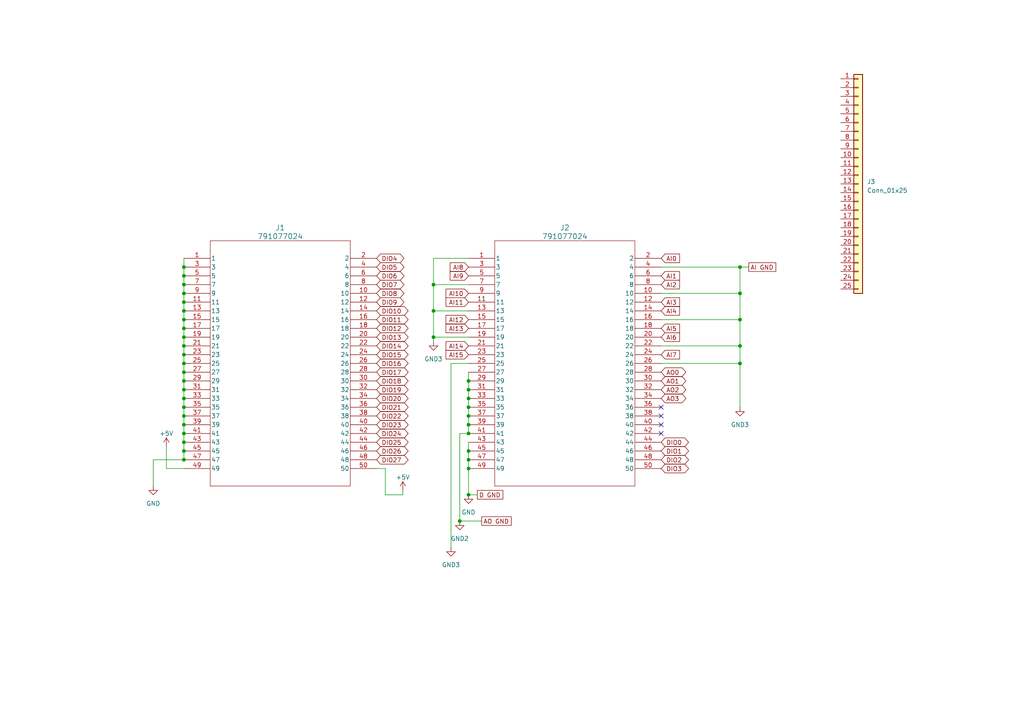
<source format=kicad_sch>
(kicad_sch (version 20230121) (generator eeschema)
  (paper "A4")
  (lib_symbols
    (symbol "791077024_1" (pin_names (offset 0.254))
      (property "Reference" "J" (at 27.94 10.16 0))
      (property "Value" "791077024" (at 27.94 7.62 0))
      (symbol "791077024_1_0_1"
        (polyline (pts (xy 7.62 -66.04) (xy 48.26 -66.04)) (stroke (width 0.127)))
        (polyline (pts (xy 7.62 5.08) (xy 7.62 -66.04)) (stroke (width 0.127)))
        (polyline (pts (xy 48.26 -66.04) (xy 48.26 5.08)) (stroke (width 0.127)))
        (polyline (pts (xy 48.26 5.08) (xy 7.62 5.08)) (stroke (width 0.127)))
      )
      (symbol "791077024_1_1_1"
        (pin unspecified line (at 0 0 0) (length 7.62) (name "1") (number "1"))
        (pin unspecified line (at 55.88 -10.16 180) (length 7.62) (name "10") (number "10"))
        (pin unspecified line (at 0 -12.7 0) (length 7.62) (name "11") (number "11"))
        (pin unspecified line (at 55.88 -12.7 180) (length 7.62) (name "12") (number "12"))
        (pin unspecified line (at 0 -15.24 0) (length 7.62) (name "13") (number "13"))
        (pin unspecified line (at 55.88 -15.24 180) (length 7.62) (name "14") (number "14"))
        (pin unspecified line (at 0 -17.78 0) (length 7.62) (name "15") (number "15"))
        (pin unspecified line (at 55.88 -17.78 180) (length 7.62) (name "16") (number "16"))
        (pin unspecified line (at 0 -20.32 0) (length 7.62) (name "17") (number "17"))
        (pin unspecified line (at 55.88 -20.32 180) (length 7.62) (name "18") (number "18"))
        (pin unspecified line (at 0 -22.86 0) (length 7.62) (name "19") (number "19"))
        (pin unspecified line (at 55.88 0 180) (length 7.62) (name "2") (number "2"))
        (pin unspecified line (at 55.88 -22.86 180) (length 7.62) (name "20") (number "20"))
        (pin unspecified line (at 0 -25.4 0) (length 7.62) (name "21") (number "21"))
        (pin unspecified line (at 55.88 -25.4 180) (length 7.62) (name "22") (number "22"))
        (pin unspecified line (at 0 -27.94 0) (length 7.62) (name "23") (number "23"))
        (pin unspecified line (at 55.88 -27.94 180) (length 7.62) (name "24") (number "24"))
        (pin unspecified line (at 0 -30.48 0) (length 7.62) (name "25") (number "25"))
        (pin unspecified line (at 55.88 -30.48 180) (length 7.62) (name "26") (number "26"))
        (pin unspecified line (at 0 -33.02 0) (length 7.62) (name "27") (number "27"))
        (pin unspecified line (at 55.88 -33.02 180) (length 7.62) (name "28") (number "28"))
        (pin unspecified line (at 0 -35.56 0) (length 7.62) (name "29") (number "29"))
        (pin unspecified line (at 0 -2.54 0) (length 7.62) (name "3") (number "3"))
        (pin unspecified line (at 55.88 -35.56 180) (length 7.62) (name "30") (number "30"))
        (pin unspecified line (at 0 -38.1 0) (length 7.62) (name "31") (number "31"))
        (pin unspecified line (at 55.88 -38.1 180) (length 7.62) (name "32") (number "32"))
        (pin unspecified line (at 0 -40.64 0) (length 7.62) (name "33") (number "33"))
        (pin unspecified line (at 55.88 -40.64 180) (length 7.62) (name "34") (number "34"))
        (pin unspecified line (at 0 -43.18 0) (length 7.62) (name "35") (number "35"))
        (pin unspecified line (at 55.88 -43.18 180) (length 7.62) (name "36") (number "36"))
        (pin unspecified line (at 0 -45.72 0) (length 7.62) (name "37") (number "37"))
        (pin unspecified line (at 55.88 -45.72 180) (length 7.62) (name "38") (number "38"))
        (pin unspecified line (at 0 -48.26 0) (length 7.62) (name "39") (number "39"))
        (pin unspecified line (at 55.88 -2.54 180) (length 7.62) (name "4") (number "4"))
        (pin unspecified line (at 55.88 -48.26 180) (length 7.62) (name "40") (number "40"))
        (pin unspecified line (at 0 -50.8 0) (length 7.62) (name "41") (number "41"))
        (pin unspecified line (at 55.88 -50.8 180) (length 7.62) (name "42") (number "42"))
        (pin unspecified line (at 0 -53.34 0) (length 7.62) (name "43") (number "43"))
        (pin unspecified line (at 55.88 -53.34 180) (length 7.62) (name "44") (number "44"))
        (pin unspecified line (at 0 -55.88 0) (length 7.62) (name "45") (number "45"))
        (pin unspecified line (at 55.88 -55.88 180) (length 7.62) (name "46") (number "46"))
        (pin unspecified line (at 0 -58.42 0) (length 7.62) (name "47") (number "47"))
        (pin unspecified line (at 55.88 -58.42 180) (length 7.62) (name "48") (number "48"))
        (pin unspecified line (at 0 -60.96 0) (length 7.62) (name "49") (number "49"))
        (pin unspecified line (at 0 -5.08 0) (length 7.62) (name "5") (number "5"))
        (pin unspecified line (at 55.88 -60.96 180) (length 7.62) (name "50") (number "50"))
        (pin unspecified line (at 55.88 -5.08 180) (length 7.62) (name "6") (number "6"))
        (pin unspecified line (at 0 -7.62 0) (length 7.62) (name "7") (number "7"))
        (pin unspecified line (at 55.88 -7.62 180) (length 7.62) (name "8") (number "8"))
        (pin unspecified line (at 0 -10.16 0) (length 7.62) (name "9") (number "9"))
      )
    )
    (symbol "Connector_Generic:Conn_01x25" (pin_names (offset 1.016) hide)
      (property "Reference" "J" (at 0 33.02 0))
      (property "Value" "Conn_01x25" (at 0 -33.02 0))
      (symbol "Conn_01x25_1_1"
        (rectangle (start -1.27 -30.353) (end 0 -30.607) (stroke (width 0.1524)))
        (rectangle (start -1.27 -27.813) (end 0 -28.067) (stroke (width 0.1524)))
        (rectangle (start -1.27 -25.273) (end 0 -25.527) (stroke (width 0.1524)))
        (rectangle (start -1.27 -22.733) (end 0 -22.987) (stroke (width 0.1524)))
        (rectangle (start -1.27 -20.193) (end 0 -20.447) (stroke (width 0.1524)))
        (rectangle (start -1.27 -17.653) (end 0 -17.907) (stroke (width 0.1524)))
        (rectangle (start -1.27 -15.113) (end 0 -15.367) (stroke (width 0.1524)))
        (rectangle (start -1.27 -12.573) (end 0 -12.827) (stroke (width 0.1524)))
        (rectangle (start -1.27 -10.033) (end 0 -10.287) (stroke (width 0.1524)))
        (rectangle (start -1.27 -7.493) (end 0 -7.747) (stroke (width 0.1524)))
        (rectangle (start -1.27 -4.953) (end 0 -5.207) (stroke (width 0.1524)))
        (rectangle (start -1.27 -2.413) (end 0 -2.667) (stroke (width 0.1524)))
        (rectangle (start -1.27 0.127) (end 0 -0.127) (stroke (width 0.1524)))
        (rectangle (start -1.27 2.667) (end 0 2.413) (stroke (width 0.1524)))
        (rectangle (start -1.27 5.207) (end 0 4.953) (stroke (width 0.1524)))
        (rectangle (start -1.27 7.747) (end 0 7.493) (stroke (width 0.1524)))
        (rectangle (start -1.27 10.287) (end 0 10.033) (stroke (width 0.1524)))
        (rectangle (start -1.27 12.827) (end 0 12.573) (stroke (width 0.1524)))
        (rectangle (start -1.27 15.367) (end 0 15.113) (stroke (width 0.1524)))
        (rectangle (start -1.27 17.907) (end 0 17.653) (stroke (width 0.1524)))
        (rectangle (start -1.27 20.447) (end 0 20.193) (stroke (width 0.1524)))
        (rectangle (start -1.27 22.987) (end 0 22.733) (stroke (width 0.1524)))
        (rectangle (start -1.27 25.527) (end 0 25.273) (stroke (width 0.1524)))
        (rectangle (start -1.27 28.067) (end 0 27.813) (stroke (width 0.1524)))
        (rectangle (start -1.27 30.607) (end 0 30.353) (stroke (width 0.1524)))
        (rectangle (start -1.27 31.75) (end 1.27 -31.75) (stroke (width 0.254)) (fill (type background)))
        (pin passive line (at -5.08 30.48 0) (length 3.81) (name "Pin_1") (number "1"))
        (pin passive line (at -5.08 7.62 0) (length 3.81) (name "Pin_10") (number "10"))
        (pin passive line (at -5.08 5.08 0) (length 3.81) (name "Pin_11") (number "11"))
        (pin passive line (at -5.08 2.54 0) (length 3.81) (name "Pin_12") (number "12"))
        (pin passive line (at -5.08 0 0) (length 3.81) (name "Pin_13") (number "13"))
        (pin passive line (at -5.08 -2.54 0) (length 3.81) (name "Pin_14") (number "14"))
        (pin passive line (at -5.08 -5.08 0) (length 3.81) (name "Pin_15") (number "15"))
        (pin passive line (at -5.08 -7.62 0) (length 3.81) (name "Pin_16") (number "16"))
        (pin passive line (at -5.08 -10.16 0) (length 3.81) (name "Pin_17") (number "17"))
        (pin passive line (at -5.08 -12.7 0) (length 3.81) (name "Pin_18") (number "18"))
        (pin passive line (at -5.08 -15.24 0) (length 3.81) (name "Pin_19") (number "19"))
        (pin passive line (at -5.08 27.94 0) (length 3.81) (name "Pin_2") (number "2"))
        (pin passive line (at -5.08 -17.78 0) (length 3.81) (name "Pin_20") (number "20"))
        (pin passive line (at -5.08 -20.32 0) (length 3.81) (name "Pin_21") (number "21"))
        (pin passive line (at -5.08 -22.86 0) (length 3.81) (name "Pin_22") (number "22"))
        (pin passive line (at -5.08 -25.4 0) (length 3.81) (name "Pin_23") (number "23"))
        (pin passive line (at -5.08 -27.94 0) (length 3.81) (name "Pin_24") (number "24"))
        (pin passive line (at -5.08 -30.48 0) (length 3.81) (name "Pin_25") (number "25"))
        (pin passive line (at -5.08 25.4 0) (length 3.81) (name "Pin_3") (number "3"))
        (pin passive line (at -5.08 22.86 0) (length 3.81) (name "Pin_4") (number "4"))
        (pin passive line (at -5.08 20.32 0) (length 3.81) (name "Pin_5") (number "5"))
        (pin passive line (at -5.08 17.78 0) (length 3.81) (name "Pin_6") (number "6"))
        (pin passive line (at -5.08 15.24 0) (length 3.81) (name "Pin_7") (number "7"))
        (pin passive line (at -5.08 12.7 0) (length 3.81) (name "Pin_8") (number "8"))
        (pin passive line (at -5.08 10.16 0) (length 3.81) (name "Pin_9") (number "9"))
      )
    )
    (symbol "glab:791077024" (pin_names (offset 0.254))
      (property "Reference" "J" (at 27.94 10.16 0))
      (property "Value" "791077024" (at 27.94 7.62 0))
      (symbol "791077024_0_1"
        (polyline (pts (xy 7.62 -66.04) (xy 48.26 -66.04)) (stroke (width 0.127)))
        (polyline (pts (xy 7.62 5.08) (xy 7.62 -66.04)) (stroke (width 0.127)))
        (polyline (pts (xy 48.26 -66.04) (xy 48.26 5.08)) (stroke (width 0.127)))
        (polyline (pts (xy 48.26 5.08) (xy 7.62 5.08)) (stroke (width 0.127)))
      )
      (symbol "791077024_1_1"
        (pin unspecified line (at 0 0 0) (length 7.62) (name "1") (number "1"))
        (pin unspecified line (at 55.88 -10.16 180) (length 7.62) (name "10") (number "10"))
        (pin unspecified line (at 0 -12.7 0) (length 7.62) (name "11") (number "11"))
        (pin unspecified line (at 55.88 -12.7 180) (length 7.62) (name "12") (number "12"))
        (pin unspecified line (at 0 -15.24 0) (length 7.62) (name "13") (number "13"))
        (pin unspecified line (at 55.88 -15.24 180) (length 7.62) (name "14") (number "14"))
        (pin unspecified line (at 0 -17.78 0) (length 7.62) (name "15") (number "15"))
        (pin unspecified line (at 55.88 -17.78 180) (length 7.62) (name "16") (number "16"))
        (pin unspecified line (at 0 -20.32 0) (length 7.62) (name "17") (number "17"))
        (pin unspecified line (at 55.88 -20.32 180) (length 7.62) (name "18") (number "18"))
        (pin unspecified line (at 0 -22.86 0) (length 7.62) (name "19") (number "19"))
        (pin unspecified line (at 55.88 0 180) (length 7.62) (name "2") (number "2"))
        (pin unspecified line (at 55.88 -22.86 180) (length 7.62) (name "20") (number "20"))
        (pin unspecified line (at 0 -25.4 0) (length 7.62) (name "21") (number "21"))
        (pin unspecified line (at 55.88 -25.4 180) (length 7.62) (name "22") (number "22"))
        (pin unspecified line (at 0 -27.94 0) (length 7.62) (name "23") (number "23"))
        (pin unspecified line (at 55.88 -27.94 180) (length 7.62) (name "24") (number "24"))
        (pin unspecified line (at 0 -30.48 0) (length 7.62) (name "25") (number "25"))
        (pin unspecified line (at 55.88 -30.48 180) (length 7.62) (name "26") (number "26"))
        (pin unspecified line (at 0 -33.02 0) (length 7.62) (name "27") (number "27"))
        (pin unspecified line (at 55.88 -33.02 180) (length 7.62) (name "28") (number "28"))
        (pin unspecified line (at 0 -35.56 0) (length 7.62) (name "29") (number "29"))
        (pin unspecified line (at 0 -2.54 0) (length 7.62) (name "3") (number "3"))
        (pin unspecified line (at 55.88 -35.56 180) (length 7.62) (name "30") (number "30"))
        (pin unspecified line (at 0 -38.1 0) (length 7.62) (name "31") (number "31"))
        (pin unspecified line (at 55.88 -38.1 180) (length 7.62) (name "32") (number "32"))
        (pin unspecified line (at 0 -40.64 0) (length 7.62) (name "33") (number "33"))
        (pin unspecified line (at 55.88 -40.64 180) (length 7.62) (name "34") (number "34"))
        (pin unspecified line (at 0 -43.18 0) (length 7.62) (name "35") (number "35"))
        (pin unspecified line (at 55.88 -43.18 180) (length 7.62) (name "36") (number "36"))
        (pin unspecified line (at 0 -45.72 0) (length 7.62) (name "37") (number "37"))
        (pin unspecified line (at 55.88 -45.72 180) (length 7.62) (name "38") (number "38"))
        (pin unspecified line (at 0 -48.26 0) (length 7.62) (name "39") (number "39"))
        (pin unspecified line (at 55.88 -2.54 180) (length 7.62) (name "4") (number "4"))
        (pin unspecified line (at 55.88 -48.26 180) (length 7.62) (name "40") (number "40"))
        (pin unspecified line (at 0 -50.8 0) (length 7.62) (name "41") (number "41"))
        (pin unspecified line (at 55.88 -50.8 180) (length 7.62) (name "42") (number "42"))
        (pin unspecified line (at 0 -53.34 0) (length 7.62) (name "43") (number "43"))
        (pin unspecified line (at 55.88 -53.34 180) (length 7.62) (name "44") (number "44"))
        (pin unspecified line (at 0 -55.88 0) (length 7.62) (name "45") (number "45"))
        (pin unspecified line (at 55.88 -55.88 180) (length 7.62) (name "46") (number "46"))
        (pin unspecified line (at 0 -58.42 0) (length 7.62) (name "47") (number "47"))
        (pin unspecified line (at 55.88 -58.42 180) (length 7.62) (name "48") (number "48"))
        (pin unspecified line (at 0 -60.96 0) (length 7.62) (name "49") (number "49"))
        (pin unspecified line (at 0 -5.08 0) (length 7.62) (name "5") (number "5"))
        (pin unspecified line (at 55.88 -60.96 180) (length 7.62) (name "50") (number "50"))
        (pin unspecified line (at 55.88 -5.08 180) (length 7.62) (name "6") (number "6"))
        (pin unspecified line (at 0 -7.62 0) (length 7.62) (name "7") (number "7"))
        (pin unspecified line (at 55.88 -7.62 180) (length 7.62) (name "8") (number "8"))
        (pin unspecified line (at 0 -10.16 0) (length 7.62) (name "9") (number "9"))
      )
    )
    (symbol "power:+5V" (power) (pin_names (offset 0))
      (property "Value" "+5V" (at 0 3.556 0))
      (symbol "+5V_0_1"
        (polyline (pts (xy -0.762 1.27) (xy 0 2.54)))
        (polyline (pts (xy 0 0) (xy 0 2.54)))
        (polyline (pts (xy 0 2.54) (xy 0.762 1.27)))
      )
      (symbol "+5V_1_1"
        (pin power_in line (at 0 0 90) (length 0) hide (name "+5V") (number "1"))
      )
    )
    (symbol "power:GND" (power) (pin_names (offset 0))
      (property "Value" "GND" (at 0 -3.81 0))
      (symbol "GND_0_1"
        (polyline (pts (xy 0 0) (xy 0 -1.27) (xy 1.27 -1.27) (xy 0 -2.54) (xy -1.27 -1.27) (xy 0 -1.27)))
      )
      (symbol "GND_1_1"
        (pin power_in line (at 0 0 270) (length 0) hide (name "GND") (number "1"))
      )
    )
    (symbol "power:GND2" (power) (pin_names (offset 0))
      (property "Value" "GND2" (at 0 -3.81 0))
      (symbol "GND2_0_1"
        (polyline (pts (xy 0 0) (xy 0 -1.27) (xy 1.27 -1.27) (xy 0 -2.54) (xy -1.27 -1.27) (xy 0 -1.27)))
      )
      (symbol "GND2_1_1"
        (pin power_in line (at 0 0 270) (length 0) hide (name "GND2") (number "1"))
      )
    )
    (symbol "power:GND3" (power) (pin_names (offset 0))
      (property "Value" "GND3" (at 0 -3.81 0))
      (symbol "GND3_0_1"
        (polyline (pts (xy 0 0) (xy 0 -1.27) (xy 1.27 -1.27) (xy 0 -2.54) (xy -1.27 -1.27) (xy 0 -1.27)))
      )
      (symbol "GND3_1_1"
        (pin power_in line (at 0 0 270) (length 0) hide (name "GND3") (number "1"))
      )
    )
  )
  (junction (at 53.34 118.11))
  (junction (at 133.35 151.13))
  (junction (at 53.34 110.49))
  (junction (at 53.34 133.35))
  (junction (at 53.34 120.65))
  (junction (at 53.34 115.57))
  (junction (at 53.34 105.41))
  (junction (at 214.63 92.71))
  (junction (at 53.34 95.25))
  (junction (at 53.34 125.73))
  (junction (at 125.73 90.17))
  (junction (at 53.34 77.47))
  (junction (at 125.73 82.55))
  (junction (at 53.34 82.55))
  (junction (at 53.34 97.79))
  (junction (at 135.89 123.19))
  (junction (at 135.89 115.57))
  (junction (at 53.34 87.63))
  (junction (at 125.73 97.79))
  (junction (at 53.34 107.95))
  (junction (at 135.89 130.81))
  (junction (at 214.63 100.33))
  (junction (at 135.89 125.73))
  (junction (at 214.63 77.47))
  (junction (at 135.89 143.51))
  (junction (at 214.63 85.09))
  (junction (at 53.34 128.27))
  (junction (at 53.34 123.19))
  (junction (at 53.34 102.87))
  (junction (at 135.89 110.49))
  (junction (at 53.34 100.33))
  (junction (at 135.89 118.11))
  (junction (at 214.63 105.41))
  (junction (at 135.89 113.03))
  (junction (at 53.34 85.09))
  (junction (at 53.34 130.81))
  (junction (at 53.34 90.17))
  (junction (at 135.89 135.89))
  (junction (at 135.89 120.65))
  (junction (at 53.34 113.03))
  (junction (at 53.34 92.71))
  (junction (at 135.89 133.35))
  (junction (at 53.34 80.01))
  (no_connect (at 191.77 125.73))
  (no_connect (at 191.77 120.65))
  (no_connect (at 191.77 123.19))
  (no_connect (at 191.77 118.11))
  (wire (pts (xy 130.81 105.41) (xy 130.81 158.75)))
  (wire (pts (xy 135.89 120.65) (xy 135.89 123.19)))
  (wire (pts (xy 135.89 143.51) (xy 138.43 143.51)))
  (wire (pts (xy 135.89 128.27) (xy 135.89 130.81)))
  (wire (pts (xy 53.34 82.55) (xy 53.34 85.09)))
  (wire (pts (xy 135.89 115.57) (xy 135.89 118.11)))
  (wire (pts (xy 125.73 99.06) (xy 125.73 97.79)))
  (wire (pts (xy 53.34 107.95) (xy 53.34 110.49)))
  (wire (pts (xy 125.73 97.79) (xy 135.89 97.79)))
  (wire (pts (xy 53.34 118.11) (xy 53.34 120.65)))
  (wire (pts (xy 214.63 77.47) (xy 214.63 85.09)))
  (wire (pts (xy 214.63 92.71) (xy 214.63 100.33)))
  (wire (pts (xy 191.77 92.71) (xy 214.63 92.71)))
  (wire (pts (xy 135.89 74.93) (xy 125.73 74.93)))
  (wire (pts (xy 135.89 113.03) (xy 135.89 115.57)))
  (wire (pts (xy 53.34 77.47) (xy 53.34 80.01)))
  (wire (pts (xy 53.34 85.09) (xy 53.34 87.63)))
  (wire (pts (xy 135.89 118.11) (xy 135.89 120.65)))
  (wire (pts (xy 135.89 135.89) (xy 135.89 143.51)))
  (wire (pts (xy 53.34 95.25) (xy 53.34 97.79)))
  (wire (pts (xy 125.73 74.93) (xy 125.73 82.55)))
  (wire (pts (xy 53.34 110.49) (xy 53.34 113.03)))
  (wire (pts (xy 133.35 151.13) (xy 139.7 151.13)))
  (wire (pts (xy 111.76 135.89) (xy 109.22 135.89)))
  (wire (pts (xy 53.34 133.35) (xy 44.45 133.35)))
  (wire (pts (xy 53.34 113.03) (xy 53.34 115.57)))
  (wire (pts (xy 53.34 87.63) (xy 53.34 90.17)))
  (wire (pts (xy 53.34 115.57) (xy 53.34 118.11)))
  (wire (pts (xy 191.77 85.09) (xy 214.63 85.09)))
  (wire (pts (xy 191.77 105.41) (xy 214.63 105.41)))
  (wire (pts (xy 48.26 129.54) (xy 48.26 135.89)))
  (wire (pts (xy 53.34 105.41) (xy 53.34 107.95)))
  (wire (pts (xy 53.34 130.81) (xy 53.34 133.35)))
  (wire (pts (xy 135.89 90.17) (xy 125.73 90.17)))
  (wire (pts (xy 53.34 74.93) (xy 53.34 77.47)))
  (wire (pts (xy 53.34 125.73) (xy 53.34 128.27)))
  (wire (pts (xy 44.45 133.35) (xy 44.45 140.97)))
  (wire (pts (xy 125.73 90.17) (xy 125.73 97.79)))
  (wire (pts (xy 53.34 102.87) (xy 53.34 105.41)))
  (wire (pts (xy 133.35 151.13) (xy 133.35 125.73)))
  (wire (pts (xy 135.89 107.95) (xy 135.89 110.49)))
  (wire (pts (xy 53.34 97.79) (xy 53.34 100.33)))
  (wire (pts (xy 53.34 80.01) (xy 53.34 82.55)))
  (wire (pts (xy 214.63 77.47) (xy 217.17 77.47)))
  (wire (pts (xy 53.34 100.33) (xy 53.34 102.87)))
  (wire (pts (xy 53.34 92.71) (xy 53.34 95.25)))
  (wire (pts (xy 133.35 125.73) (xy 135.89 125.73)))
  (wire (pts (xy 53.34 90.17) (xy 53.34 92.71)))
  (wire (pts (xy 135.89 133.35) (xy 135.89 135.89)))
  (wire (pts (xy 135.89 123.19) (xy 135.89 125.73)))
  (wire (pts (xy 135.89 82.55) (xy 125.73 82.55)))
  (wire (pts (xy 214.63 100.33) (xy 214.63 105.41)))
  (wire (pts (xy 214.63 85.09) (xy 214.63 92.71)))
  (wire (pts (xy 214.63 105.41) (xy 214.63 118.11)))
  (wire (pts (xy 191.77 77.47) (xy 214.63 77.47)))
  (wire (pts (xy 116.84 143.51) (xy 116.84 142.24)))
  (wire (pts (xy 53.34 120.65) (xy 53.34 123.19)))
  (wire (pts (xy 135.89 130.81) (xy 135.89 133.35)))
  (wire (pts (xy 135.89 110.49) (xy 135.89 113.03)))
  (wire (pts (xy 53.34 128.27) (xy 53.34 130.81)))
  (wire (pts (xy 125.73 82.55) (xy 125.73 90.17)))
  (wire (pts (xy 48.26 135.89) (xy 53.34 135.89)))
  (wire (pts (xy 191.77 100.33) (xy 214.63 100.33)))
  (wire (pts (xy 111.76 143.51) (xy 111.76 135.89)))
  (wire (pts (xy 111.76 143.51) (xy 116.84 143.51)))
  (wire (pts (xy 135.89 105.41) (xy 130.81 105.41)))
  (wire (pts (xy 53.34 123.19) (xy 53.34 125.73)))
  (global_label "AO2" (shape bidirectional) (at 191.77 113.03 0) (property "Intersheetrefs" "${INTERSHEET_REFS}" (effects hide)))
  (global_label "DIO11" (shape bidirectional) (at 109.22 92.71 0) (property "Intersheetrefs" "${INTERSHEET_REFS}" (effects hide)))
  (global_label "DIO24" (shape bidirectional) (at 109.22 125.73 0) (property "Intersheetrefs" "${INTERSHEET_REFS}" (effects hide)))
  (global_label "DIO14" (shape bidirectional) (at 109.22 100.33 0) (property "Intersheetrefs" "${INTERSHEET_REFS}" (effects hide)))
  (global_label "DIO22" (shape bidirectional) (at 109.22 120.65 0) (property "Intersheetrefs" "${INTERSHEET_REFS}" (effects hide)))
  (global_label "AI10" (shape input) (at 135.89 85.09 180) (property "Intersheetrefs" "${INTERSHEET_REFS}" (effects hide)))
  (global_label "AO0" (shape bidirectional) (at 191.77 107.95 0) (property "Intersheetrefs" "${INTERSHEET_REFS}" (effects hide)))
  (global_label "DIO19" (shape bidirectional) (at 109.22 113.03 0) (property "Intersheetrefs" "${INTERSHEET_REFS}" (effects hide)))
  (global_label "DIO6" (shape bidirectional) (at 109.22 80.01 0) (property "Intersheetrefs" "${INTERSHEET_REFS}" (effects hide)))
  (global_label "AI13" (shape input) (at 135.89 95.25 180) (property "Intersheetrefs" "${INTERSHEET_REFS}" (effects hide)))
  (global_label "DIO23" (shape bidirectional) (at 109.22 123.19 0) (property "Intersheetrefs" "${INTERSHEET_REFS}" (effects hide)))
  (global_label "AI9" (shape input) (at 135.89 80.01 180) (property "Intersheetrefs" "${INTERSHEET_REFS}" (effects hide)))
  (global_label "DIO7" (shape bidirectional) (at 109.22 82.55 0) (property "Intersheetrefs" "${INTERSHEET_REFS}" (effects hide)))
  (global_label "DIO15" (shape bidirectional) (at 109.22 102.87 0) (property "Intersheetrefs" "${INTERSHEET_REFS}" (effects hide)))
  (global_label "DIO3" (shape bidirectional) (at 191.77 135.89 0) (property "Intersheetrefs" "${INTERSHEET_REFS}" (effects hide)))
  (global_label "DIO18" (shape bidirectional) (at 109.22 110.49 0) (property "Intersheetrefs" "${INTERSHEET_REFS}" (effects hide)))
  (global_label "DIO1" (shape bidirectional) (at 191.77 130.81 0) (property "Intersheetrefs" "${INTERSHEET_REFS}" (effects hide)))
  (global_label "DIO17" (shape bidirectional) (at 109.22 107.95 0) (property "Intersheetrefs" "${INTERSHEET_REFS}" (effects hide)))
  (global_label "AI4" (shape input) (at 191.77 90.17 0) (property "Intersheetrefs" "${INTERSHEET_REFS}" (effects hide)))
  (global_label "AO GND" (shape passive) (at 139.7 151.13 0) (property "Intersheetrefs" "${INTERSHEET_REFS}" (effects hide)))
  (global_label "DIO0" (shape bidirectional) (at 191.77 128.27 0) (property "Intersheetrefs" "${INTERSHEET_REFS}" (effects hide)))
  (global_label "DIO26" (shape bidirectional) (at 109.22 130.81 0) (property "Intersheetrefs" "${INTERSHEET_REFS}" (effects hide)))
  (global_label "DIO25" (shape bidirectional) (at 109.22 128.27 0) (property "Intersheetrefs" "${INTERSHEET_REFS}" (effects hide)))
  (global_label "AI15" (shape input) (at 135.89 102.87 180) (property "Intersheetrefs" "${INTERSHEET_REFS}" (effects hide)))
  (global_label "AI7" (shape input) (at 191.77 102.87 0) (property "Intersheetrefs" "${INTERSHEET_REFS}" (effects hide)))
  (global_label "DIO9" (shape bidirectional) (at 109.22 87.63 0) (property "Intersheetrefs" "${INTERSHEET_REFS}" (effects hide)))
  (global_label "DIO10" (shape bidirectional) (at 109.22 90.17 0) (property "Intersheetrefs" "${INTERSHEET_REFS}" (effects hide)))
  (global_label "DIO20" (shape bidirectional) (at 109.22 115.57 0) (property "Intersheetrefs" "${INTERSHEET_REFS}" (effects hide)))
  (global_label "DIO16" (shape bidirectional) (at 109.22 105.41 0) (property "Intersheetrefs" "${INTERSHEET_REFS}" (effects hide)))
  (global_label "AI6" (shape input) (at 191.77 97.79 0) (property "Intersheetrefs" "${INTERSHEET_REFS}" (effects hide)))
  (global_label "D GND" (shape passive) (at 138.43 143.51 0) (property "Intersheetrefs" "${INTERSHEET_REFS}" (effects hide)))
  (global_label "AI14" (shape input) (at 135.89 100.33 180) (property "Intersheetrefs" "${INTERSHEET_REFS}" (effects hide)))
  (global_label "AI8" (shape input) (at 135.89 77.47 180) (property "Intersheetrefs" "${INTERSHEET_REFS}" (effects hide)))
  (global_label "AI1" (shape input) (at 191.77 80.01 0) (property "Intersheetrefs" "${INTERSHEET_REFS}" (effects hide)))
  (global_label "DIO12" (shape bidirectional) (at 109.22 95.25 0) (property "Intersheetrefs" "${INTERSHEET_REFS}" (effects hide)))
  (global_label "DIO27" (shape bidirectional) (at 109.22 133.35 0) (property "Intersheetrefs" "${INTERSHEET_REFS}" (effects hide)))
  (global_label "DIO21" (shape bidirectional) (at 109.22 118.11 0) (property "Intersheetrefs" "${INTERSHEET_REFS}" (effects hide)))
  (global_label "AI2" (shape input) (at 191.77 82.55 0) (property "Intersheetrefs" "${INTERSHEET_REFS}" (effects hide)))
  (global_label "AI5" (shape input) (at 191.77 95.25 0) (property "Intersheetrefs" "${INTERSHEET_REFS}" (effects hide)))
  (global_label "AO1" (shape bidirectional) (at 191.77 110.49 0) (property "Intersheetrefs" "${INTERSHEET_REFS}" (effects hide)))
  (global_label "AI11" (shape input) (at 135.89 87.63 180) (property "Intersheetrefs" "${INTERSHEET_REFS}" (effects hide)))
  (global_label "AI0" (shape input) (at 191.77 74.93 0) (property "Intersheetrefs" "${INTERSHEET_REFS}" (effects hide)))
  (global_label "DIO8" (shape bidirectional) (at 109.22 85.09 0) (property "Intersheetrefs" "${INTERSHEET_REFS}" (effects hide)))
  (global_label "AI3" (shape input) (at 191.77 87.63 0) (property "Intersheetrefs" "${INTERSHEET_REFS}" (effects hide)))
  (global_label "AO3" (shape bidirectional) (at 191.77 115.57 0) (property "Intersheetrefs" "${INTERSHEET_REFS}" (effects hide)))
  (global_label "DIO5" (shape bidirectional) (at 109.22 77.47 0) (property "Intersheetrefs" "${INTERSHEET_REFS}" (effects hide)))
  (global_label "DIO4" (shape bidirectional) (at 109.22 74.93 0) (property "Intersheetrefs" "${INTERSHEET_REFS}" (effects hide)))
  (global_label "DIO2" (shape bidirectional) (at 191.77 133.35 0) (property "Intersheetrefs" "${INTERSHEET_REFS}" (effects hide)))
  (global_label "AI12" (shape input) (at 135.89 92.71 180) (property "Intersheetrefs" "${INTERSHEET_REFS}" (effects hide)))
  (global_label "DIO13" (shape bidirectional) (at 109.22 97.79 0) (property "Intersheetrefs" "${INTERSHEET_REFS}" (effects hide)))
  (global_label "AI GND" (shape passive) (at 217.17 77.47 0) (property "Intersheetrefs" "${INTERSHEET_REFS}" (effects hide)))
  (symbol (lib_id "power:GND3") (at 214.63 118.11 0) (unit 1)
    (property "Reference" "#PWR06" (effects hide))
    (property "Value" "GND3" (at 214.63 123.19 0))
  )
  (symbol (lib_id "power:GND") (at 44.45 140.97 0) (unit 1)
    (property "Reference" "#PWR01" (effects hide))
    (property "Value" "GND" (at 44.45 146.05 0))
  )
  (symbol (lib_id "power:GND3") (at 125.73 99.06 0) (unit 1)
    (property "Reference" "#PWR08" (effects hide))
    (property "Value" "GND3" (at 125.73 104.14 0))
  )
  (symbol (lib_name "791077024_1") (lib_id "glab:791077024") (at 53.34 74.93 0) (unit 1)
    (property "Reference" "J1" (at 81.28 66.04 0) (effects (font (size 1.524 1.524))))
    (property "Value" "791077024" (at 81.28 68.58 0) (effects (font (size 1.524 1.524))))
    (property "Footprint" "79107-7024_MOL" (effects hide))
    (property "Datasheet" "791077024" (effects hide))
  )
  (symbol (lib_id "power:+5V") (at 116.84 142.24 0) (unit 1)
    (property "Reference" "#PWR07" (effects hide))
    (property "Value" "+5V" (at 116.84 138.43 0))
  )
  (symbol (lib_id "Connector_Generic:Conn_01x25") (at 248.92 53.34 0) (unit 1)
    (property "Reference" "J3" (at 251.46 52.705 0) (effects (justify left)))
    (property "Value" "Conn_01x25" (at 251.46 55.245 0) (effects (justify left)))
  )
  (symbol (lib_id "power:+5V") (at 48.26 129.54 0) (unit 1)
    (property "Reference" "#PWR02" (effects hide))
    (property "Value" "+5V" (at 48.26 125.73 0))
  )
  (symbol (lib_id "glab:791077024") (at 135.89 74.93 0) (unit 1)
    (property "Reference" "J2" (at 163.83 66.04 0) (effects (font (size 1.524 1.524))))
    (property "Value" "791077024" (at 163.83 68.58 0) (effects (font (size 1.524 1.524))))
    (property "Footprint" "79107-7024_MOL" (effects hide))
    (property "Datasheet" "791077024" (effects hide))
  )
  (symbol (lib_id "power:GND3") (at 130.81 158.75 0) (unit 1)
    (property "Reference" "#PWR05" (effects hide))
    (property "Value" "GND3" (at 130.81 163.83 0))
  )
  (symbol (lib_id "power:GND") (at 135.89 143.51 0) (unit 1)
    (property "Reference" "#PWR03" (effects hide))
    (property "Value" "GND" (at 135.89 148.59 0))
  )
  (symbol (lib_id "power:GND2") (at 133.35 151.13 0) (unit 1)
    (property "Reference" "#PWR04" (effects hide))
    (property "Value" "GND2" (at 133.35 156.21 0))
  )
)
</source>
